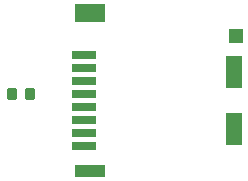
<source format=gbp>
G04*
G04 #@! TF.GenerationSoftware,Altium Limited,Altium Designer,19.0.14 (431)*
G04*
G04 Layer_Color=128*
%FSLAX25Y25*%
%MOIN*%
G70*
G01*
G75*
G04:AMPARAMS|DCode=20|XSize=35.43mil|YSize=39.37mil|CornerRadius=8.86mil|HoleSize=0mil|Usage=FLASHONLY|Rotation=180.000|XOffset=0mil|YOffset=0mil|HoleType=Round|Shape=RoundedRectangle|*
%AMROUNDEDRECTD20*
21,1,0.03543,0.02165,0,0,180.0*
21,1,0.01772,0.03937,0,0,180.0*
1,1,0.01772,-0.00886,0.01083*
1,1,0.01772,0.00886,0.01083*
1,1,0.01772,0.00886,-0.01083*
1,1,0.01772,-0.00886,-0.01083*
%
%ADD20ROUNDEDRECTD20*%
%ADD84R,0.05512X0.10630*%
%ADD85R,0.07874X0.02756*%
%ADD86R,0.04724X0.04724*%
%ADD87R,0.10236X0.05906*%
%ADD88R,0.10236X0.03937*%
D20*
X281090Y164713D02*
D03*
X286995D02*
D03*
D84*
X355118Y172193D02*
D03*
Y152902D02*
D03*
D85*
X305118Y147390D02*
D03*
Y151720D02*
D03*
Y156051D02*
D03*
Y160382D02*
D03*
Y164713D02*
D03*
Y169043D02*
D03*
Y173374D02*
D03*
Y177705D02*
D03*
D86*
X355512Y184201D02*
D03*
D87*
X307087Y191681D02*
D03*
D88*
X307087Y139122D02*
D03*
M02*

</source>
